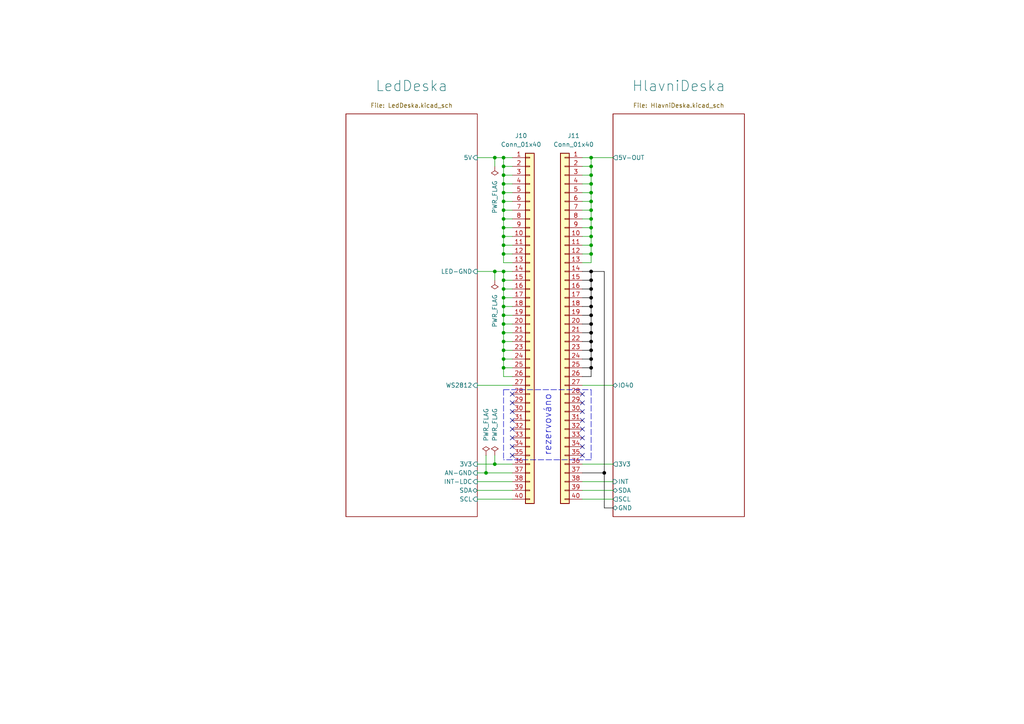
<source format=kicad_sch>
(kicad_sch (version 20230121) (generator eeschema)
  (paper "A4")
  (lib_symbols
    (symbol "Connector_Generic:Conn_01x40" (pin_names (offset 1.016) hide)
      (property "Reference" "J" (at 0 50.8 0))
      (property "Value" "Conn_01x40" (at 0 -53.34 0))
      (symbol "Conn_01x40_1_1"
        (rectangle (start -1.27 -50.673) (end 0 -50.927) (stroke (width 0.1524)))
        (rectangle (start -1.27 -48.133) (end 0 -48.387) (stroke (width 0.1524)))
        (rectangle (start -1.27 -45.593) (end 0 -45.847) (stroke (width 0.1524)))
        (rectangle (start -1.27 -43.053) (end 0 -43.307) (stroke (width 0.1524)))
        (rectangle (start -1.27 -40.513) (end 0 -40.767) (stroke (width 0.1524)))
        (rectangle (start -1.27 -37.973) (end 0 -38.227) (stroke (width 0.1524)))
        (rectangle (start -1.27 -35.433) (end 0 -35.687) (stroke (width 0.1524)))
        (rectangle (start -1.27 -32.893) (end 0 -33.147) (stroke (width 0.1524)))
        (rectangle (start -1.27 -30.353) (end 0 -30.607) (stroke (width 0.1524)))
        (rectangle (start -1.27 -27.813) (end 0 -28.067) (stroke (width 0.1524)))
        (rectangle (start -1.27 -25.273) (end 0 -25.527) (stroke (width 0.1524)))
        (rectangle (start -1.27 -22.733) (end 0 -22.987) (stroke (width 0.1524)))
        (rectangle (start -1.27 -20.193) (end 0 -20.447) (stroke (width 0.1524)))
        (rectangle (start -1.27 -17.653) (end 0 -17.907) (stroke (width 0.1524)))
        (rectangle (start -1.27 -15.113) (end 0 -15.367) (stroke (width 0.1524)))
        (rectangle (start -1.27 -12.573) (end 0 -12.827) (stroke (width 0.1524)))
        (rectangle (start -1.27 -10.033) (end 0 -10.287) (stroke (width 0.1524)))
        (rectangle (start -1.27 -7.493) (end 0 -7.747) (stroke (width 0.1524)))
        (rectangle (start -1.27 -4.953) (end 0 -5.207) (stroke (width 0.1524)))
        (rectangle (start -1.27 -2.413) (end 0 -2.667) (stroke (width 0.1524)))
        (rectangle (start -1.27 0.127) (end 0 -0.127) (stroke (width 0.1524)))
        (rectangle (start -1.27 2.667) (end 0 2.413) (stroke (width 0.1524)))
        (rectangle (start -1.27 5.207) (end 0 4.953) (stroke (width 0.1524)))
        (rectangle (start -1.27 7.747) (end 0 7.493) (stroke (width 0.1524)))
        (rectangle (start -1.27 10.287) (end 0 10.033) (stroke (width 0.1524)))
        (rectangle (start -1.27 12.827) (end 0 12.573) (stroke (width 0.1524)))
        (rectangle (start -1.27 15.367) (end 0 15.113) (stroke (width 0.1524)))
        (rectangle (start -1.27 17.907) (end 0 17.653) (stroke (width 0.1524)))
        (rectangle (start -1.27 20.447) (end 0 20.193) (stroke (width 0.1524)))
        (rectangle (start -1.27 22.987) (end 0 22.733) (stroke (width 0.1524)))
        (rectangle (start -1.27 25.527) (end 0 25.273) (stroke (width 0.1524)))
        (rectangle (start -1.27 28.067) (end 0 27.813) (stroke (width 0.1524)))
        (rectangle (start -1.27 30.607) (end 0 30.353) (stroke (width 0.1524)))
        (rectangle (start -1.27 33.147) (end 0 32.893) (stroke (width 0.1524)))
        (rectangle (start -1.27 35.687) (end 0 35.433) (stroke (width 0.1524)))
        (rectangle (start -1.27 38.227) (end 0 37.973) (stroke (width 0.1524)))
        (rectangle (start -1.27 40.767) (end 0 40.513) (stroke (width 0.1524)))
        (rectangle (start -1.27 43.307) (end 0 43.053) (stroke (width 0.1524)))
        (rectangle (start -1.27 45.847) (end 0 45.593) (stroke (width 0.1524)))
        (rectangle (start -1.27 48.387) (end 0 48.133) (stroke (width 0.1524)))
        (rectangle (start -1.27 49.53) (end 1.27 -52.07) (stroke (width 0.254)) (fill (type background)))
        (pin passive line (at -5.08 48.26 0) (length 3.81) (name "Pin_1") (number "1"))
        (pin passive line (at -5.08 25.4 0) (length 3.81) (name "Pin_10") (number "10"))
        (pin passive line (at -5.08 22.86 0) (length 3.81) (name "Pin_11") (number "11"))
        (pin passive line (at -5.08 20.32 0) (length 3.81) (name "Pin_12") (number "12"))
        (pin passive line (at -5.08 17.78 0) (length 3.81) (name "Pin_13") (number "13"))
        (pin passive line (at -5.08 15.24 0) (length 3.81) (name "Pin_14") (number "14"))
        (pin passive line (at -5.08 12.7 0) (length 3.81) (name "Pin_15") (number "15"))
        (pin passive line (at -5.08 10.16 0) (length 3.81) (name "Pin_16") (number "16"))
        (pin passive line (at -5.08 7.62 0) (length 3.81) (name "Pin_17") (number "17"))
        (pin passive line (at -5.08 5.08 0) (length 3.81) (name "Pin_18") (number "18"))
        (pin passive line (at -5.08 2.54 0) (length 3.81) (name "Pin_19") (number "19"))
        (pin passive line (at -5.08 45.72 0) (length 3.81) (name "Pin_2") (number "2"))
        (pin passive line (at -5.08 0 0) (length 3.81) (name "Pin_20") (number "20"))
        (pin passive line (at -5.08 -2.54 0) (length 3.81) (name "Pin_21") (number "21"))
        (pin passive line (at -5.08 -5.08 0) (length 3.81) (name "Pin_22") (number "22"))
        (pin passive line (at -5.08 -7.62 0) (length 3.81) (name "Pin_23") (number "23"))
        (pin passive line (at -5.08 -10.16 0) (length 3.81) (name "Pin_24") (number "24"))
        (pin passive line (at -5.08 -12.7 0) (length 3.81) (name "Pin_25") (number "25"))
        (pin passive line (at -5.08 -15.24 0) (length 3.81) (name "Pin_26") (number "26"))
        (pin passive line (at -5.08 -17.78 0) (length 3.81) (name "Pin_27") (number "27"))
        (pin passive line (at -5.08 -20.32 0) (length 3.81) (name "Pin_28") (number "28"))
        (pin passive line (at -5.08 -22.86 0) (length 3.81) (name "Pin_29") (number "29"))
        (pin passive line (at -5.08 43.18 0) (length 3.81) (name "Pin_3") (number "3"))
        (pin passive line (at -5.08 -25.4 0) (length 3.81) (name "Pin_30") (number "30"))
        (pin passive line (at -5.08 -27.94 0) (length 3.81) (name "Pin_31") (number "31"))
        (pin passive line (at -5.08 -30.48 0) (length 3.81) (name "Pin_32") (number "32"))
        (pin passive line (at -5.08 -33.02 0) (length 3.81) (name "Pin_33") (number "33"))
        (pin passive line (at -5.08 -35.56 0) (length 3.81) (name "Pin_34") (number "34"))
        (pin passive line (at -5.08 -38.1 0) (length 3.81) (name "Pin_35") (number "35"))
        (pin passive line (at -5.08 -40.64 0) (length 3.81) (name "Pin_36") (number "36"))
        (pin passive line (at -5.08 -43.18 0) (length 3.81) (name "Pin_37") (number "37"))
        (pin passive line (at -5.08 -45.72 0) (length 3.81) (name "Pin_38") (number "38"))
        (pin passive line (at -5.08 -48.26 0) (length 3.81) (name "Pin_39") (number "39"))
        (pin passive line (at -5.08 40.64 0) (length 3.81) (name "Pin_4") (number "4"))
        (pin passive line (at -5.08 -50.8 0) (length 3.81) (name "Pin_40") (number "40"))
        (pin passive line (at -5.08 38.1 0) (length 3.81) (name "Pin_5") (number "5"))
        (pin passive line (at -5.08 35.56 0) (length 3.81) (name "Pin_6") (number "6"))
        (pin passive line (at -5.08 33.02 0) (length 3.81) (name "Pin_7") (number "7"))
        (pin passive line (at -5.08 30.48 0) (length 3.81) (name "Pin_8") (number "8"))
        (pin passive line (at -5.08 27.94 0) (length 3.81) (name "Pin_9") (number "9"))
      )
    )
    (symbol "power:PWR_FLAG" (power) (pin_numbers hide) (pin_names (offset 0) hide)
      (property "Value" "PWR_FLAG" (at 0 3.81 0))
      (symbol "PWR_FLAG_0_0"
        (pin power_out line (at 0 0 90) (length 0) (name "pwr") (number "1"))
      )
      (symbol "PWR_FLAG_0_1"
        (polyline (pts (xy 0 0) (xy 0 1.27) (xy -1.016 1.905) (xy 0 2.54) (xy 1.016 1.905) (xy 0 1.27)))
      )
    )
  )
  (junction (at 171.45 88.9) (color 0 0 0 1))
  (junction (at 171.45 55.88))
  (junction (at 146.05 101.6))
  (junction (at 146.05 81.28))
  (junction (at 171.45 78.74) (color 0 0 0 1))
  (junction (at 146.05 91.44))
  (junction (at 146.05 88.9))
  (junction (at 146.05 96.52))
  (junction (at 146.05 48.26))
  (junction (at 143.51 134.62))
  (junction (at 146.05 86.36))
  (junction (at 140.97 137.16))
  (junction (at 146.05 106.68))
  (junction (at 146.05 45.72))
  (junction (at 171.45 81.28) (color 0 0 0 1))
  (junction (at 171.45 96.52) (color 0 0 0 1))
  (junction (at 171.45 58.42))
  (junction (at 146.05 53.34))
  (junction (at 143.51 45.72))
  (junction (at 146.05 73.66))
  (junction (at 171.45 83.82) (color 0 0 0 1))
  (junction (at 171.45 45.72))
  (junction (at 171.45 48.26))
  (junction (at 146.05 78.74))
  (junction (at 146.05 71.12))
  (junction (at 146.05 104.14))
  (junction (at 171.45 71.12))
  (junction (at 143.51 78.74))
  (junction (at 146.05 55.88))
  (junction (at 146.05 58.42))
  (junction (at 146.05 99.06))
  (junction (at 171.45 86.36) (color 0 0 0 1))
  (junction (at 171.45 50.8))
  (junction (at 146.05 83.82))
  (junction (at 146.05 68.58))
  (junction (at 146.05 50.8))
  (junction (at 171.45 104.14) (color 0 0 0 1))
  (junction (at 146.05 66.04))
  (junction (at 171.45 63.5))
  (junction (at 171.45 93.98) (color 0 0 0 1))
  (junction (at 146.05 60.96))
  (junction (at 175.26 137.16) (color 0 0 0 1))
  (junction (at 171.45 91.44) (color 0 0 0 1))
  (junction (at 171.45 106.68) (color 0 0 0 1))
  (junction (at 171.45 60.96))
  (junction (at 171.45 101.6) (color 0 0 0 1))
  (junction (at 146.05 93.98))
  (junction (at 171.45 68.58))
  (junction (at 171.45 99.06) (color 0 0 0 1))
  (junction (at 146.05 63.5))
  (junction (at 171.45 66.04))
  (junction (at 171.45 53.34))
  (junction (at 171.45 73.66))
  (no_connect (at 148.59 127))
  (no_connect (at 148.59 129.54))
  (no_connect (at 148.59 116.84))
  (no_connect (at 168.91 127))
  (no_connect (at 148.59 119.38))
  (no_connect (at 148.59 132.08))
  (no_connect (at 168.91 121.92))
  (no_connect (at 168.91 116.84))
  (no_connect (at 168.91 114.3))
  (no_connect (at 168.91 124.46))
  (no_connect (at 168.91 132.08))
  (no_connect (at 168.91 119.38))
  (no_connect (at 148.59 114.3))
  (no_connect (at 148.59 121.92))
  (no_connect (at 148.59 124.46))
  (no_connect (at 168.91 129.54))
  (wire (pts (xy 177.8 45.72) (xy 171.45 45.72)))
  (wire (pts (xy 168.91 48.26) (xy 171.45 48.26)))
  (wire (pts (xy 148.59 104.14) (xy 146.05 104.14)))
  (wire (pts (xy 171.45 78.74) (xy 168.91 78.74)) (stroke (width 0) (color 0 0 0 1)))
  (wire (pts (xy 138.43 134.62) (xy 143.51 134.62)))
  (wire (pts (xy 146.05 78.74) (xy 148.59 78.74)))
  (wire (pts (xy 171.45 96.52) (xy 171.45 93.98)) (stroke (width 0) (color 0 0 0 1)))
  (wire (pts (xy 168.91 68.58) (xy 171.45 68.58)))
  (wire (pts (xy 148.59 68.58) (xy 146.05 68.58)))
  (wire (pts (xy 168.91 88.9) (xy 171.45 88.9)) (stroke (width 0) (color 0 0 0 1)))
  (wire (pts (xy 138.43 144.78) (xy 148.59 144.78)))
  (wire (pts (xy 148.59 109.22) (xy 146.05 109.22)))
  (wire (pts (xy 143.51 81.28) (xy 143.51 78.74)))
  (wire (pts (xy 168.91 142.24) (xy 177.8 142.24)))
  (wire (pts (xy 168.91 106.68) (xy 171.45 106.68)) (stroke (width 0) (color 0 0 0 1)))
  (wire (pts (xy 175.26 78.74) (xy 175.26 137.16)) (stroke (width 0) (color 0 0 0 1)))
  (wire (pts (xy 168.91 81.28) (xy 171.45 81.28)) (stroke (width 0) (color 0 0 0 1)))
  (wire (pts (xy 168.91 53.34) (xy 171.45 53.34)))
  (wire (pts (xy 171.45 83.82) (xy 171.45 81.28)) (stroke (width 0) (color 0 0 0 1)))
  (wire (pts (xy 148.59 66.04) (xy 146.05 66.04)))
  (wire (pts (xy 143.51 45.72) (xy 146.05 45.72)))
  (wire (pts (xy 168.91 50.8) (xy 171.45 50.8)))
  (wire (pts (xy 146.05 60.96) (xy 146.05 58.42)))
  (wire (pts (xy 148.59 50.8) (xy 146.05 50.8)))
  (wire (pts (xy 143.51 134.62) (xy 148.59 134.62)))
  (wire (pts (xy 148.59 60.96) (xy 146.05 60.96)))
  (wire (pts (xy 168.91 71.12) (xy 171.45 71.12)))
  (wire (pts (xy 138.43 142.24) (xy 148.59 142.24)))
  (wire (pts (xy 171.45 71.12) (xy 171.45 68.58)))
  (wire (pts (xy 146.05 53.34) (xy 146.05 50.8)))
  (wire (pts (xy 168.91 144.78) (xy 177.8 144.78)))
  (wire (pts (xy 168.91 86.36) (xy 171.45 86.36)) (stroke (width 0) (color 0 0 0 1)))
  (wire (pts (xy 146.05 76.2) (xy 146.05 73.66)))
  (wire (pts (xy 168.91 66.04) (xy 171.45 66.04)))
  (wire (pts (xy 171.45 60.96) (xy 171.45 58.42)))
  (wire (pts (xy 171.45 76.2) (xy 171.45 73.66)))
  (wire (pts (xy 177.8 111.76) (xy 168.91 111.76)))
  (wire (pts (xy 148.59 88.9) (xy 146.05 88.9)))
  (wire (pts (xy 146.05 55.88) (xy 146.05 53.34)))
  (wire (pts (xy 146.05 63.5) (xy 146.05 60.96)))
  (wire (pts (xy 148.59 81.28) (xy 146.05 81.28)))
  (wire (pts (xy 175.26 137.16) (xy 175.26 147.32)) (stroke (width 0) (color 0 0 0 1)))
  (wire (pts (xy 148.59 99.06) (xy 146.05 99.06)))
  (wire (pts (xy 140.97 132.08) (xy 140.97 137.16)))
  (wire (pts (xy 146.05 106.68) (xy 146.05 104.14)))
  (wire (pts (xy 168.91 93.98) (xy 171.45 93.98)) (stroke (width 0) (color 0 0 0 1)))
  (wire (pts (xy 171.45 48.26) (xy 171.45 45.72)))
  (wire (pts (xy 171.45 73.66) (xy 171.45 71.12)))
  (wire (pts (xy 171.45 109.22) (xy 171.45 106.68)) (stroke (width 0) (color 0 0 0 1)))
  (wire (pts (xy 146.05 45.72) (xy 148.59 45.72)))
  (wire (pts (xy 168.91 73.66) (xy 171.45 73.66)))
  (wire (pts (xy 171.45 50.8) (xy 171.45 48.26)))
  (wire (pts (xy 175.26 147.32) (xy 177.8 147.32)) (stroke (width 0) (color 0 0 0 1)))
  (wire (pts (xy 148.59 101.6) (xy 146.05 101.6)))
  (wire (pts (xy 168.91 139.7) (xy 177.8 139.7)))
  (wire (pts (xy 148.59 86.36) (xy 146.05 86.36)))
  (polyline (pts (xy 146.05 113.03) (xy 146.05 133.35)) (stroke (width 0) (type dash)))
  (wire (pts (xy 168.91 91.44) (xy 171.45 91.44)) (stroke (width 0) (color 0 0 0 1)))
  (wire (pts (xy 171.45 68.58) (xy 171.45 66.04)))
  (polyline (pts (xy 146.05 113.03) (xy 171.45 113.03)) (stroke (width 0) (type dash)))
  (wire (pts (xy 148.59 106.68) (xy 146.05 106.68)))
  (wire (pts (xy 138.43 137.16) (xy 140.97 137.16)))
  (wire (pts (xy 171.45 104.14) (xy 171.45 101.6)) (stroke (width 0) (color 0 0 0 1)))
  (wire (pts (xy 148.59 53.34) (xy 146.05 53.34)))
  (wire (pts (xy 146.05 101.6) (xy 146.05 99.06)))
  (wire (pts (xy 148.59 48.26) (xy 146.05 48.26)))
  (wire (pts (xy 146.05 48.26) (xy 146.05 45.72)))
  (wire (pts (xy 148.59 76.2) (xy 146.05 76.2)))
  (wire (pts (xy 138.43 111.76) (xy 148.59 111.76)))
  (wire (pts (xy 146.05 66.04) (xy 146.05 63.5)))
  (wire (pts (xy 171.45 93.98) (xy 171.45 91.44)) (stroke (width 0) (color 0 0 0 1)))
  (wire (pts (xy 143.51 78.74) (xy 146.05 78.74)))
  (wire (pts (xy 171.45 86.36) (xy 171.45 83.82)) (stroke (width 0) (color 0 0 0 1)))
  (wire (pts (xy 168.91 109.22) (xy 171.45 109.22)) (stroke (width 0) (color 0 0 0 1)))
  (wire (pts (xy 168.91 96.52) (xy 171.45 96.52)) (stroke (width 0) (color 0 0 0 1)))
  (wire (pts (xy 171.45 78.74) (xy 175.26 78.74)) (stroke (width 0) (color 0 0 0 1)))
  (wire (pts (xy 148.59 73.66) (xy 146.05 73.66)))
  (wire (pts (xy 143.51 48.26) (xy 143.51 45.72)))
  (wire (pts (xy 168.91 83.82) (xy 171.45 83.82)) (stroke (width 0) (color 0 0 0 1)))
  (wire (pts (xy 138.43 78.74) (xy 143.51 78.74)))
  (wire (pts (xy 171.45 66.04) (xy 171.45 63.5)))
  (wire (pts (xy 171.45 101.6) (xy 171.45 99.06)) (stroke (width 0) (color 0 0 0 1)))
  (wire (pts (xy 146.05 93.98) (xy 146.05 91.44)))
  (wire (pts (xy 171.45 53.34) (xy 171.45 50.8)))
  (wire (pts (xy 148.59 55.88) (xy 146.05 55.88)))
  (wire (pts (xy 148.59 91.44) (xy 146.05 91.44)))
  (wire (pts (xy 146.05 96.52) (xy 146.05 93.98)))
  (wire (pts (xy 168.91 99.06) (xy 171.45 99.06)) (stroke (width 0) (color 0 0 0 1)))
  (wire (pts (xy 168.91 76.2) (xy 171.45 76.2)))
  (wire (pts (xy 146.05 81.28) (xy 146.05 78.74)))
  (wire (pts (xy 168.91 63.5) (xy 171.45 63.5)))
  (wire (pts (xy 146.05 50.8) (xy 146.05 48.26)))
  (wire (pts (xy 171.45 106.68) (xy 171.45 104.14)) (stroke (width 0) (color 0 0 0 1)))
  (wire (pts (xy 171.45 55.88) (xy 171.45 53.34)))
  (wire (pts (xy 146.05 99.06) (xy 146.05 96.52)))
  (wire (pts (xy 148.59 96.52) (xy 146.05 96.52)))
  (wire (pts (xy 146.05 88.9) (xy 146.05 86.36)))
  (wire (pts (xy 146.05 109.22) (xy 146.05 106.68)))
  (wire (pts (xy 146.05 83.82) (xy 146.05 81.28)))
  (wire (pts (xy 148.59 93.98) (xy 146.05 93.98)))
  (wire (pts (xy 148.59 58.42) (xy 146.05 58.42)))
  (wire (pts (xy 146.05 91.44) (xy 146.05 88.9)))
  (wire (pts (xy 168.91 104.14) (xy 171.45 104.14)) (stroke (width 0) (color 0 0 0 1)))
  (wire (pts (xy 171.45 58.42) (xy 171.45 55.88)))
  (wire (pts (xy 168.91 101.6) (xy 171.45 101.6)) (stroke (width 0) (color 0 0 0 1)))
  (wire (pts (xy 171.45 91.44) (xy 171.45 88.9)) (stroke (width 0) (color 0 0 0 1)))
  (wire (pts (xy 146.05 71.12) (xy 146.05 68.58)))
  (wire (pts (xy 171.45 81.28) (xy 171.45 78.74)) (stroke (width 0) (color 0 0 0 1)))
  (wire (pts (xy 171.45 88.9) (xy 171.45 86.36)) (stroke (width 0) (color 0 0 0 1)))
  (polyline (pts (xy 171.45 113.03) (xy 171.45 133.35)) (stroke (width 0) (type dash)))
  (wire (pts (xy 146.05 86.36) (xy 146.05 83.82)))
  (polyline (pts (xy 171.45 133.35) (xy 146.05 133.35)) (stroke (width 0) (type dash)))
  (wire (pts (xy 171.45 45.72) (xy 168.91 45.72)))
  (wire (pts (xy 146.05 73.66) (xy 146.05 71.12)))
  (wire (pts (xy 168.91 58.42) (xy 171.45 58.42)))
  (wire (pts (xy 138.43 45.72) (xy 143.51 45.72)))
  (wire (pts (xy 168.91 137.16) (xy 175.26 137.16)) (stroke (width 0) (color 0 0 0 1)))
  (wire (pts (xy 168.91 134.62) (xy 177.8 134.62)))
  (wire (pts (xy 146.05 58.42) (xy 146.05 55.88)))
  (wire (pts (xy 148.59 63.5) (xy 146.05 63.5)))
  (wire (pts (xy 140.97 137.16) (xy 148.59 137.16)))
  (wire (pts (xy 171.45 63.5) (xy 171.45 60.96)))
  (wire (pts (xy 148.59 71.12) (xy 146.05 71.12)))
  (wire (pts (xy 168.91 55.88) (xy 171.45 55.88)))
  (wire (pts (xy 138.43 139.7) (xy 148.59 139.7)))
  (wire (pts (xy 146.05 68.58) (xy 146.05 66.04)))
  (wire (pts (xy 168.91 60.96) (xy 171.45 60.96)))
  (wire (pts (xy 143.51 134.62) (xy 143.51 132.08)))
  (wire (pts (xy 171.45 99.06) (xy 171.45 96.52)) (stroke (width 0) (color 0 0 0 1)))
  (wire (pts (xy 148.59 83.82) (xy 146.05 83.82)))
  (wire (pts (xy 146.05 104.14) (xy 146.05 101.6)))
  (text "rezervováno" (at 160.02 114.3 90) (effects (font (size 2 2)) (justify right bottom)))
  (symbol (lib_id "Connector_Generic:Conn_01x40") (at 163.83 93.98 0) (mirror y) (unit 1)
    (property "Reference" "J11" (at 166.37 39.37 0))
    (property "Value" "Conn_01x40" (at 166.37 41.91 0))
    (property "Footprint" "Connector_FFC-FPC:Hirose_FH12-40S-0.5SH_1x40-1MP_P0.50mm_Horizontal" (effects hide))
    (property "LCSC" "C2856812" (effects hide))
    (property "Basic/Extended" "E" (effects hide))
  )
  (symbol (lib_id "power:PWR_FLAG") (at 143.51 132.08 0) (unit 1)
    (property "Reference" "#FLG05" (effects hide))
    (property "Value" "PWR_FLAG" (at 143.51 123.19 90))
  )
  (symbol (lib_id "power:PWR_FLAG") (at 140.97 132.08 0) (unit 1)
    (property "Reference" "#FLG06" (effects hide))
    (property "Value" "PWR_FLAG" (at 140.97 123.19 90))
  )
  (symbol (lib_id "Connector_Generic:Conn_01x40") (at 153.67 93.98 0) (unit 1)
    (property "Reference" "J10" (at 151.13 39.37 0))
    (property "Value" "Conn_01x40" (at 151.13 41.91 0))
    (property "Footprint" "RKL-Connectors:AFC11-S40ICC-00" (effects hide))
    (property "LCSC" "C262313" (effects hide))
    (property "Basic/Extended" "E" (effects hide))
  )
  (symbol (lib_id "power:PWR_FLAG") (at 143.51 48.26 180) (unit 1)
    (property "Reference" "#FLG04" (effects hide))
    (property "Value" "PWR_FLAG" (at 143.51 57.15 90))
  )
  (symbol (lib_id "power:PWR_FLAG") (at 143.51 81.28 180) (unit 1)
    (property "Reference" "#FLG02" (effects hide))
    (property "Value" "PWR_FLAG" (at 143.51 90.17 90))
  )
  (sheet (at 100.33 33.02) (size 38.1 116.84) (stroke (width 0.1524))
    (property "Sheetname" "LedDeska" (at 119.38 26.67 0) (effects (font (size 3 3)) (justify bottom)))
    (property "Sheetfile" "LedDeska.kicad_sch" (at 119.38 29.845 0) (effects (justify top)))
    (pin "LED-GND" input (at 138.43 78.74 0))
    (pin "WS2812" input (at 138.43 111.76 0))
    (pin "5V" input (at 138.43 45.72 0))
    (pin "AN-GND" input (at 138.43 137.16 0))
    (pin "3V3" input (at 138.43 134.62 0))
    (pin "SCL" input (at 138.43 144.78 0))
    (pin "SDA" bidirectional (at 138.43 142.24 0))
    (pin "INT-LDC" input (at 138.43 139.7 0))
  )
  (sheet (at 177.8 33.02) (size 38.1 116.84) (stroke (width 0.1524))
    (property "Sheetname" "HlavniDeska" (at 196.85 26.67 0) (effects (font (size 3 3)) (justify bottom)))
    (property "Sheetfile" "HlavniDeska.kicad_sch" (at 196.85 29.845 0) (effects (justify top)))
    (pin "IO40" bidirectional (at 177.8 111.76 180))
    (pin "3V3" output (at 177.8 134.62 180))
    (pin "INT" input (at 177.8 139.7 180))
    (pin "SDA" bidirectional (at 177.8 142.24 180))
    (pin "SCL" output (at 177.8 144.78 180))
    (pin "GND" bidirectional (at 177.8 147.32 180))
    (pin "5V-OUT" output (at 177.8 45.72 180))
  )
)
</source>
